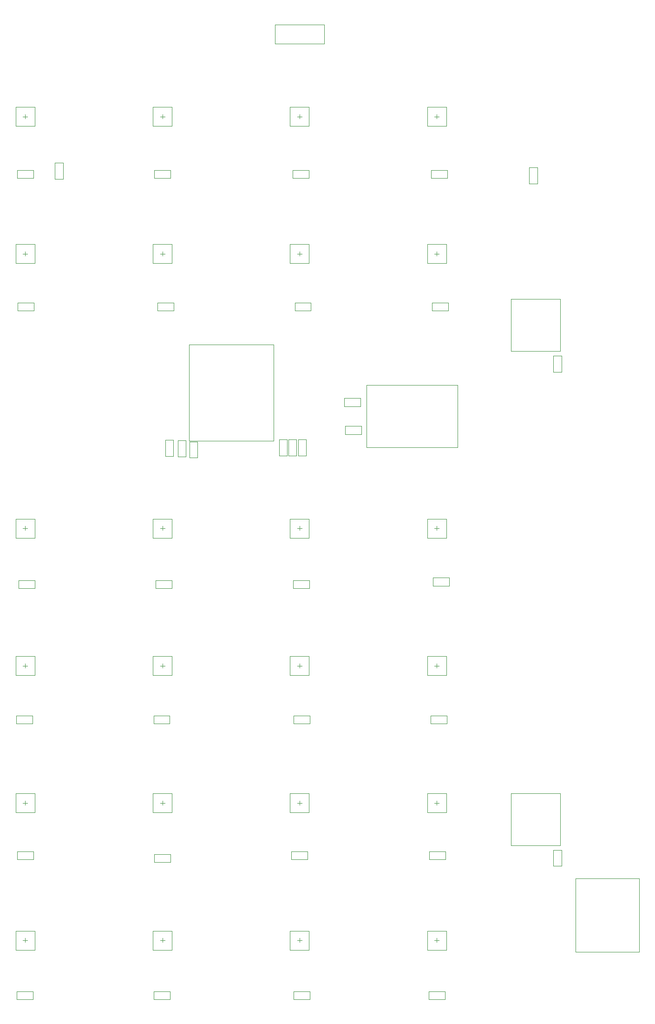
<source format=gbr>
%TF.GenerationSoftware,KiCad,Pcbnew,(6.0.9-0)*%
%TF.CreationDate,2023-10-23T19:11:04-03:00*%
%TF.ProjectId,Faduino-1,46616475-696e-46f2-9d31-2e6b69636164,3*%
%TF.SameCoordinates,Original*%
%TF.FileFunction,Other,User*%
%FSLAX46Y46*%
G04 Gerber Fmt 4.6, Leading zero omitted, Abs format (unit mm)*
G04 Created by KiCad (PCBNEW (6.0.9-0)) date 2023-10-23 19:11:04*
%MOMM*%
%LPD*%
G01*
G04 APERTURE LIST*
%ADD10C,0.050000*%
%ADD11C,0.010000*%
G04 APERTURE END LIST*
D10*
%TO.C,C_mux_1*%
X172730000Y-93520000D02*
X172730000Y-96480000D01*
X171270000Y-93520000D02*
X172730000Y-93520000D01*
X171270000Y-96480000D02*
X171270000Y-93520000D01*
X172730000Y-96480000D02*
X171270000Y-96480000D01*
%TO.C,C_pwr_2*%
X136310000Y-107840000D02*
X133350000Y-107840000D01*
X133350000Y-107840000D02*
X133350000Y-106380000D01*
X136310000Y-106380000D02*
X136310000Y-107840000D01*
X133350000Y-106380000D02*
X136310000Y-106380000D01*
%TO.C,C1*%
X73520000Y-59770000D02*
X76480000Y-59770000D01*
X76480000Y-59770000D02*
X76480000Y-61230000D01*
X73520000Y-61230000D02*
X73520000Y-59770000D01*
X76480000Y-61230000D02*
X73520000Y-61230000D01*
%TO.C,C13*%
X123800000Y-135930000D02*
X123800000Y-134470000D01*
X123800000Y-134470000D02*
X126760000Y-134470000D01*
X126760000Y-135930000D02*
X123800000Y-135930000D01*
X126760000Y-134470000D02*
X126760000Y-135930000D01*
%TO.C,C2*%
X98520000Y-59770000D02*
X101480000Y-59770000D01*
X98520000Y-61230000D02*
X98520000Y-59770000D01*
X101480000Y-59770000D02*
X101480000Y-61230000D01*
X101480000Y-61230000D02*
X98520000Y-61230000D01*
%TO.C,C14*%
X149300000Y-135430000D02*
X149300000Y-133970000D01*
X149300000Y-133970000D02*
X152260000Y-133970000D01*
X152260000Y-135430000D02*
X149300000Y-135430000D01*
X152260000Y-133970000D02*
X152260000Y-135430000D01*
%TO.C,C3*%
X126705000Y-61230000D02*
X123745000Y-61230000D01*
X126705000Y-59770000D02*
X126705000Y-61230000D01*
X123745000Y-59770000D02*
X126705000Y-59770000D01*
X123745000Y-61230000D02*
X123745000Y-59770000D01*
%TO.C,C15*%
X73390000Y-160570000D02*
X73390000Y-159110000D01*
X76350000Y-159110000D02*
X76350000Y-160570000D01*
X73390000Y-159110000D02*
X76350000Y-159110000D01*
X76350000Y-160570000D02*
X73390000Y-160570000D01*
%TO.C,C4*%
X149020000Y-59770000D02*
X151980000Y-59770000D01*
X151980000Y-59770000D02*
X151980000Y-61230000D01*
X151980000Y-61230000D02*
X149020000Y-61230000D01*
X149020000Y-61230000D02*
X149020000Y-59770000D01*
%TO.C,C16*%
X101350000Y-160570000D02*
X98390000Y-160570000D01*
X98390000Y-160570000D02*
X98390000Y-159110000D01*
X101350000Y-159110000D02*
X101350000Y-160570000D01*
X98390000Y-159110000D02*
X101350000Y-159110000D01*
%TO.C,C17*%
X126850000Y-159110000D02*
X126850000Y-160570000D01*
X123890000Y-159110000D02*
X126850000Y-159110000D01*
X123890000Y-160570000D02*
X123890000Y-159110000D01*
X126850000Y-160570000D02*
X123890000Y-160570000D01*
%TO.C,C6*%
X99130000Y-83910000D02*
X102090000Y-83910000D01*
X99130000Y-85370000D02*
X99130000Y-83910000D01*
X102090000Y-85370000D02*
X99130000Y-85370000D01*
X102090000Y-83910000D02*
X102090000Y-85370000D01*
%TO.C,C18*%
X151850000Y-160570000D02*
X148890000Y-160570000D01*
X148890000Y-160570000D02*
X148890000Y-159110000D01*
X151850000Y-159110000D02*
X151850000Y-160570000D01*
X148890000Y-159110000D02*
X151850000Y-159110000D01*
%TO.C,C7*%
X124130000Y-85370000D02*
X124130000Y-83910000D01*
X127090000Y-83910000D02*
X127090000Y-85370000D01*
X124130000Y-83910000D02*
X127090000Y-83910000D01*
X127090000Y-85370000D02*
X124130000Y-85370000D01*
%TO.C,C19*%
X76480000Y-183830000D02*
X76480000Y-185290000D01*
X73520000Y-183830000D02*
X76480000Y-183830000D01*
X76480000Y-185290000D02*
X73520000Y-185290000D01*
X73520000Y-185290000D02*
X73520000Y-183830000D01*
%TO.C,C8*%
X152090000Y-85370000D02*
X149130000Y-85370000D01*
X152090000Y-83910000D02*
X152090000Y-85370000D01*
X149130000Y-83910000D02*
X152090000Y-83910000D01*
X149130000Y-85370000D02*
X149130000Y-83910000D01*
%TO.C,C20*%
X101480000Y-184330000D02*
X101480000Y-185790000D01*
X98520000Y-185790000D02*
X98520000Y-184330000D01*
X101480000Y-185790000D02*
X98520000Y-185790000D01*
X98520000Y-184330000D02*
X101480000Y-184330000D01*
%TO.C,C21*%
X123520000Y-183830000D02*
X126480000Y-183830000D01*
X126480000Y-185290000D02*
X123520000Y-185290000D01*
X123520000Y-185290000D02*
X123520000Y-183830000D01*
X126480000Y-183830000D02*
X126480000Y-185290000D01*
%TO.C,C22*%
X73420000Y-210760000D02*
X73420000Y-209300000D01*
X73420000Y-209300000D02*
X76380000Y-209300000D01*
X76380000Y-209300000D02*
X76380000Y-210760000D01*
X76380000Y-210760000D02*
X73420000Y-210760000D01*
%TO.C,C11*%
X76760000Y-135930000D02*
X73800000Y-135930000D01*
X73800000Y-135930000D02*
X73800000Y-134470000D01*
X76760000Y-134470000D02*
X76760000Y-135930000D01*
X73800000Y-134470000D02*
X76760000Y-134470000D01*
%TO.C,C23*%
X101380000Y-210760000D02*
X98420000Y-210760000D01*
X98420000Y-210760000D02*
X98420000Y-209300000D01*
X101380000Y-209300000D02*
X101380000Y-210760000D01*
X98420000Y-209300000D02*
X101380000Y-209300000D01*
%TO.C,C12*%
X101760000Y-134470000D02*
X101760000Y-135930000D01*
X101760000Y-135930000D02*
X98800000Y-135930000D01*
X98800000Y-135930000D02*
X98800000Y-134470000D01*
X98800000Y-134470000D02*
X101760000Y-134470000D01*
%TO.C,C24*%
X126880000Y-209300000D02*
X126880000Y-210760000D01*
X123920000Y-210760000D02*
X123920000Y-209300000D01*
X123920000Y-209300000D02*
X126880000Y-209300000D01*
X126880000Y-210760000D02*
X123920000Y-210760000D01*
%TO.C,C_enc_2*%
X124770000Y-111780000D02*
X124770000Y-108820000D01*
X126230000Y-111780000D02*
X124770000Y-111780000D01*
X124770000Y-108820000D02*
X126230000Y-108820000D01*
X126230000Y-108820000D02*
X126230000Y-111780000D01*
%TO.C,D2*%
X98275000Y-51725000D02*
X101750000Y-51725000D01*
X101750000Y-51725000D02*
X101750000Y-48250000D01*
X101750000Y-48250000D02*
X98275000Y-48250000D01*
X98275000Y-48250000D02*
X98275000Y-51725000D01*
%TO.C,D3*%
X123275000Y-51725000D02*
X126750000Y-51725000D01*
X126750000Y-51725000D02*
X126750000Y-48250000D01*
X126750000Y-48250000D02*
X123275000Y-48250000D01*
X123275000Y-48250000D02*
X123275000Y-51725000D01*
%TO.C,D4*%
X148275000Y-51725000D02*
X151750000Y-51725000D01*
X151750000Y-51725000D02*
X151750000Y-48250000D01*
X151750000Y-48250000D02*
X148275000Y-48250000D01*
X148275000Y-48250000D02*
X148275000Y-51725000D01*
%TO.C,D5*%
X73275000Y-76725000D02*
X76750000Y-76725000D01*
X76750000Y-76725000D02*
X76750000Y-73250000D01*
X76750000Y-73250000D02*
X73275000Y-73250000D01*
X73275000Y-73250000D02*
X73275000Y-76725000D01*
%TO.C,D6*%
X98275000Y-76725000D02*
X101750000Y-76725000D01*
X101750000Y-76725000D02*
X101750000Y-73250000D01*
X101750000Y-73250000D02*
X98275000Y-73250000D01*
X98275000Y-73250000D02*
X98275000Y-76725000D01*
%TO.C,D7*%
X123275000Y-76725000D02*
X126750000Y-76725000D01*
X126750000Y-76725000D02*
X126750000Y-73250000D01*
X126750000Y-73250000D02*
X123275000Y-73250000D01*
X123275000Y-73250000D02*
X123275000Y-76725000D01*
%TO.C,D8*%
X148275000Y-76725000D02*
X151750000Y-76725000D01*
X151750000Y-76725000D02*
X151750000Y-73250000D01*
X151750000Y-73250000D02*
X148275000Y-73250000D01*
X148275000Y-73250000D02*
X148275000Y-76725000D01*
%TO.C,D11*%
X73275000Y-126725000D02*
X76750000Y-126725000D01*
X76750000Y-126725000D02*
X76750000Y-123250000D01*
X76750000Y-123250000D02*
X73275000Y-123250000D01*
X73275000Y-123250000D02*
X73275000Y-126725000D01*
%TO.C,D12*%
X98275000Y-126725000D02*
X101750000Y-126725000D01*
X101750000Y-126725000D02*
X101750000Y-123250000D01*
X101750000Y-123250000D02*
X98275000Y-123250000D01*
X98275000Y-123250000D02*
X98275000Y-126725000D01*
%TO.C,D13*%
X123275000Y-126725000D02*
X126750000Y-126725000D01*
X126750000Y-126725000D02*
X126750000Y-123250000D01*
X126750000Y-123250000D02*
X123275000Y-123250000D01*
X123275000Y-123250000D02*
X123275000Y-126725000D01*
%TO.C,D14*%
X148275000Y-126725000D02*
X151750000Y-126725000D01*
X151750000Y-126725000D02*
X151750000Y-123250000D01*
X151750000Y-123250000D02*
X148275000Y-123250000D01*
X148275000Y-123250000D02*
X148275000Y-126725000D01*
%TO.C,D15*%
X73275000Y-151725000D02*
X76750000Y-151725000D01*
X76750000Y-151725000D02*
X76750000Y-148250000D01*
X76750000Y-148250000D02*
X73275000Y-148250000D01*
X73275000Y-148250000D02*
X73275000Y-151725000D01*
%TO.C,D16*%
X98275000Y-151725000D02*
X101750000Y-151725000D01*
X101750000Y-151725000D02*
X101750000Y-148250000D01*
X101750000Y-148250000D02*
X98275000Y-148250000D01*
X98275000Y-148250000D02*
X98275000Y-151725000D01*
%TO.C,D17*%
X123275000Y-151725000D02*
X126750000Y-151725000D01*
X126750000Y-151725000D02*
X126750000Y-148250000D01*
X126750000Y-148250000D02*
X123275000Y-148250000D01*
X123275000Y-148250000D02*
X123275000Y-151725000D01*
%TO.C,D18*%
X148275000Y-151725000D02*
X151750000Y-151725000D01*
X151750000Y-151725000D02*
X151750000Y-148250000D01*
X151750000Y-148250000D02*
X148275000Y-148250000D01*
X148275000Y-148250000D02*
X148275000Y-151725000D01*
%TO.C,D19*%
X73275000Y-176725000D02*
X76750000Y-176725000D01*
X76750000Y-176725000D02*
X76750000Y-173250000D01*
X76750000Y-173250000D02*
X73275000Y-173250000D01*
X73275000Y-173250000D02*
X73275000Y-176725000D01*
%TO.C,D20*%
X98275000Y-176725000D02*
X101750000Y-176725000D01*
X101750000Y-176725000D02*
X101750000Y-173250000D01*
X101750000Y-173250000D02*
X98275000Y-173250000D01*
X98275000Y-173250000D02*
X98275000Y-176725000D01*
%TO.C,D21*%
X123275000Y-176725000D02*
X126750000Y-176725000D01*
X126750000Y-176725000D02*
X126750000Y-173250000D01*
X126750000Y-173250000D02*
X123275000Y-173250000D01*
X123275000Y-173250000D02*
X123275000Y-176725000D01*
%TO.C,D22*%
X73275000Y-201725000D02*
X76750000Y-201725000D01*
X76750000Y-201725000D02*
X76750000Y-198250000D01*
X76750000Y-198250000D02*
X73275000Y-198250000D01*
X73275000Y-198250000D02*
X73275000Y-201725000D01*
%TO.C,D23*%
X98275000Y-201725000D02*
X101750000Y-201725000D01*
X101750000Y-201725000D02*
X101750000Y-198250000D01*
X101750000Y-198250000D02*
X98275000Y-198250000D01*
X98275000Y-198250000D02*
X98275000Y-201725000D01*
%TO.C,D24*%
X123275000Y-201725000D02*
X126750000Y-201725000D01*
X126750000Y-201725000D02*
X126750000Y-198250000D01*
X126750000Y-198250000D02*
X123275000Y-198250000D01*
X123275000Y-198250000D02*
X123275000Y-201725000D01*
%TO.C,D_1*%
X73275000Y-51725000D02*
X76750000Y-51725000D01*
X76750000Y-51725000D02*
X76750000Y-48250000D01*
X76750000Y-48250000D02*
X73275000Y-48250000D01*
X73275000Y-48250000D02*
X73275000Y-51725000D01*
%TO.C,Diode1*%
X129500000Y-33250000D02*
X129500000Y-36750000D01*
X120500000Y-36750000D02*
X120500000Y-33250000D01*
X129500000Y-36750000D02*
X120500000Y-36750000D01*
X120500000Y-33250000D02*
X129500000Y-33250000D01*
%TO.C,Encoder1*%
X120250000Y-91530000D02*
X120250000Y-109030000D01*
X120250000Y-91530000D02*
X104850000Y-91530000D01*
X104850000Y-109030000D02*
X104850000Y-91530000D01*
X104850000Y-109030000D02*
X120250000Y-109030000D01*
%TO.C,R1*%
X166870000Y-59260000D02*
X168330000Y-59260000D01*
X168330000Y-62220000D02*
X166870000Y-62220000D01*
X168330000Y-59260000D02*
X168330000Y-62220000D01*
X166870000Y-62220000D02*
X166870000Y-59260000D01*
%TO.C,R3*%
X104960000Y-112140000D02*
X104960000Y-109180000D01*
X106420000Y-109180000D02*
X106420000Y-112140000D01*
X104960000Y-109180000D02*
X106420000Y-109180000D01*
X106420000Y-112140000D02*
X104960000Y-112140000D01*
%TO.C,R5*%
X122970000Y-111780000D02*
X122970000Y-108820000D01*
X124430000Y-108820000D02*
X124430000Y-111780000D01*
X124430000Y-111780000D02*
X122970000Y-111780000D01*
X122970000Y-108820000D02*
X124430000Y-108820000D01*
%TO.C,R4*%
X121270000Y-111780000D02*
X121270000Y-108820000D01*
X121270000Y-108820000D02*
X122730000Y-108820000D01*
X122730000Y-111780000D02*
X121270000Y-111780000D01*
X122730000Y-108820000D02*
X122730000Y-111780000D01*
%TO.C,R2*%
X102820000Y-108970000D02*
X104280000Y-108970000D01*
X104280000Y-108970000D02*
X104280000Y-111930000D01*
X102820000Y-111930000D02*
X102820000Y-108970000D01*
X104280000Y-111930000D02*
X102820000Y-111930000D01*
%TO.C,C_enc_1*%
X102030000Y-108920000D02*
X102030000Y-111880000D01*
X100570000Y-108920000D02*
X102030000Y-108920000D01*
X100570000Y-111880000D02*
X100570000Y-108920000D01*
X102030000Y-111880000D02*
X100570000Y-111880000D01*
%TO.C,C5*%
X73630000Y-85370000D02*
X73630000Y-83910000D01*
X73630000Y-83910000D02*
X76590000Y-83910000D01*
X76590000Y-83910000D02*
X76590000Y-85370000D01*
X76590000Y-85370000D02*
X73630000Y-85370000D01*
%TO.C,C_mux_2*%
X171270000Y-186480000D02*
X171270000Y-183520000D01*
X172730000Y-186480000D02*
X171270000Y-186480000D01*
X172730000Y-183520000D02*
X172730000Y-186480000D01*
X171270000Y-183520000D02*
X172730000Y-183520000D01*
%TO.C,C_pwr_1*%
X133150000Y-101290000D02*
X136110000Y-101290000D01*
X136110000Y-102750000D02*
X133150000Y-102750000D01*
X136110000Y-101290000D02*
X136110000Y-102750000D01*
X133150000Y-102750000D02*
X133150000Y-101290000D01*
%TO.C,Mux_2*%
X172500000Y-182750000D02*
X163500000Y-182750000D01*
X172500000Y-173250000D02*
X172500000Y-182750000D01*
X163500000Y-173250000D02*
X163500000Y-182750000D01*
X172500000Y-173250000D02*
X163500000Y-173250000D01*
%TO.C,Mux_1*%
X172500000Y-83250000D02*
X172500000Y-92750000D01*
X172500000Y-83250000D02*
X163500000Y-83250000D01*
X163500000Y-83250000D02*
X163500000Y-92750000D01*
X172500000Y-92750000D02*
X163500000Y-92750000D01*
%TO.C,R19*%
X80430000Y-58390000D02*
X81890000Y-58390000D01*
X80430000Y-61350000D02*
X80430000Y-58390000D01*
X81890000Y-58390000D02*
X81890000Y-61350000D01*
X81890000Y-61350000D02*
X80430000Y-61350000D01*
%TO.C,D9*%
X148275000Y-176725000D02*
X151750000Y-176725000D01*
X151750000Y-176725000D02*
X151750000Y-173250000D01*
X151750000Y-173250000D02*
X148275000Y-173250000D01*
X148275000Y-173250000D02*
X148275000Y-176725000D01*
%TO.C,C9*%
X148680000Y-185270000D02*
X148680000Y-183810000D01*
X151640000Y-183810000D02*
X151640000Y-185270000D01*
X151640000Y-185270000D02*
X148680000Y-185270000D01*
X148680000Y-183810000D02*
X151640000Y-183810000D01*
%TO.C,D10*%
X148275000Y-201725000D02*
X151750000Y-201725000D01*
X151750000Y-201725000D02*
X151750000Y-198250000D01*
X151750000Y-198250000D02*
X148275000Y-198250000D01*
X148275000Y-198250000D02*
X148275000Y-201725000D01*
%TO.C,C10*%
X151480000Y-209300000D02*
X151480000Y-210760000D01*
X148520000Y-209300000D02*
X151480000Y-209300000D01*
X148520000Y-210760000D02*
X148520000Y-209300000D01*
X151480000Y-210760000D02*
X148520000Y-210760000D01*
D11*
%TO.C,SW1*%
X75440000Y-50000000D02*
X74590000Y-50000000D01*
X75000000Y-50340000D02*
X75000000Y-49580000D01*
%TO.C,SW2*%
X100000000Y-50340000D02*
X100000000Y-49580000D01*
X100440000Y-50000000D02*
X99590000Y-50000000D01*
%TO.C,SW3*%
X125440000Y-50000000D02*
X124590000Y-50000000D01*
X125000000Y-50340000D02*
X125000000Y-49580000D01*
%TO.C,SW4*%
X150440000Y-50000000D02*
X149590000Y-50000000D01*
X150000000Y-50340000D02*
X150000000Y-49580000D01*
%TO.C,SW5*%
X75440000Y-75000000D02*
X74590000Y-75000000D01*
X75000000Y-75340000D02*
X75000000Y-74580000D01*
%TO.C,SW6*%
X100000000Y-75340000D02*
X100000000Y-74580000D01*
X100440000Y-75000000D02*
X99590000Y-75000000D01*
%TO.C,SW7*%
X125440000Y-75000000D02*
X124590000Y-75000000D01*
X125000000Y-75340000D02*
X125000000Y-74580000D01*
%TO.C,SW8*%
X150440000Y-75000000D02*
X149590000Y-75000000D01*
X150000000Y-75340000D02*
X150000000Y-74580000D01*
%TO.C,SW9*%
X150000000Y-175340000D02*
X150000000Y-174580000D01*
X150440000Y-175000000D02*
X149590000Y-175000000D01*
%TO.C,SW10*%
X150000000Y-200340000D02*
X150000000Y-199580000D01*
X150440000Y-200000000D02*
X149590000Y-200000000D01*
%TO.C,SW11*%
X75000000Y-125340000D02*
X75000000Y-124580000D01*
X75440000Y-125000000D02*
X74590000Y-125000000D01*
%TO.C,SW12*%
X100440000Y-125000000D02*
X99590000Y-125000000D01*
X100000000Y-125340000D02*
X100000000Y-124580000D01*
%TO.C,SW13*%
X125440000Y-125000000D02*
X124590000Y-125000000D01*
X125000000Y-125340000D02*
X125000000Y-124580000D01*
%TO.C,SW14*%
X150440000Y-125000000D02*
X149590000Y-125000000D01*
X150000000Y-125340000D02*
X150000000Y-124580000D01*
%TO.C,SW15*%
X75000000Y-150340000D02*
X75000000Y-149580000D01*
X75440000Y-150000000D02*
X74590000Y-150000000D01*
%TO.C,SW16*%
X100440000Y-150000000D02*
X99590000Y-150000000D01*
X100000000Y-150340000D02*
X100000000Y-149580000D01*
%TO.C,SW17*%
X125000000Y-150340000D02*
X125000000Y-149580000D01*
X125440000Y-150000000D02*
X124590000Y-150000000D01*
%TO.C,SW18*%
X150000000Y-150340000D02*
X150000000Y-149580000D01*
X150440000Y-150000000D02*
X149590000Y-150000000D01*
%TO.C,SW19*%
X75440000Y-175000000D02*
X74590000Y-175000000D01*
X75000000Y-175340000D02*
X75000000Y-174580000D01*
%TO.C,SW20*%
X100440000Y-175000000D02*
X99590000Y-175000000D01*
X100000000Y-175340000D02*
X100000000Y-174580000D01*
%TO.C,SW21*%
X125000000Y-175340000D02*
X125000000Y-174580000D01*
X125440000Y-175000000D02*
X124590000Y-175000000D01*
%TO.C,SW22*%
X75000000Y-200340000D02*
X75000000Y-199580000D01*
X75440000Y-200000000D02*
X74590000Y-200000000D01*
%TO.C,SW23*%
X100000000Y-200340000D02*
X100000000Y-199580000D01*
X100440000Y-200000000D02*
X99590000Y-200000000D01*
%TO.C,SW24*%
X125000000Y-200340000D02*
X125000000Y-199580000D01*
X125440000Y-200000000D02*
X124590000Y-200000000D01*
D10*
%TO.C,L293DD1*%
X186910000Y-202060000D02*
X186910000Y-188760000D01*
X186910000Y-188760000D02*
X175310000Y-188760000D01*
X175310000Y-202060000D02*
X186910000Y-202060000D01*
X175310000Y-188760000D02*
X175310000Y-202060000D01*
%TO.C,Tension_reg1*%
X153810000Y-110230000D02*
X153810000Y-98930000D01*
X137170000Y-110230000D02*
X153810000Y-110230000D01*
X137170000Y-98930000D02*
X137170000Y-110230000D01*
X153810000Y-98930000D02*
X137170000Y-98930000D01*
%TD*%
M02*

</source>
